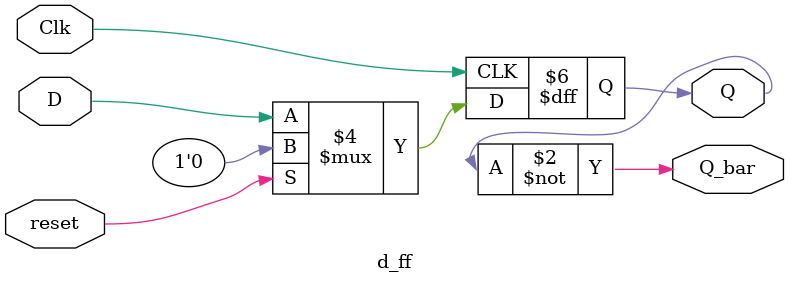
<source format=v>
module d_ff(D,Clk,reset,Q,Q_bar);
input D;
input Clk,reset;
output reg Q;
output Q_bar;
always @(posedge Clk)
begin
if({reset})
Q <= 1'b0;
else 
Q <= D;
end
assign Q_bar = ~Q;
endmodule




/*
1.Why only positive or negative edge is in sensitivity list : In Verilog, for sequential circuits like flip-flops, we usually write:
posedge clk = triggered only on the rising edge (0 ? 1 transition)
negedge clk = triggered only on the falling edge (1 ? 0 transition)

Why not both?
i.Flip-flops in hardware are designed to capture input at a single moment, not continuously.
ii..If we used both edges (posedge clk or negedge clk), it would behave like two flip-flops in one, which is non-standard and can cause timing hazards.
iii..Real hardware D flip-flops are either positive-edge or negative-edge triggered, not both.
*/




/*
2. Why edge-triggered, not level-triggered ?
i.Edge-triggered:
Captures input at the moment of clock edge.
Output changes instantly at edge, then holds.
This is predictable for sequential circuits and avoids race conditions.

ii.Level-triggered (transparent latch):
Output follows input as long as clock is at 1 (or 0).
Can cause problems in larger circuits, because output keeps changing while clock is high ? timing hazards(race arround condition)
--So in digital design, flip-flops (edge-triggered) are preferred for synchronous circuits, while latches (level-triggered) are sometimes used for special cases.
*/




/*
3.
Delay: If you assert rst right after a clock edge, Q will not clear immediately. You must wait until the next clock edge. 
This can be several nanoseconds depending on your clock frequency.

Glitches: In some designs, circuits downstream of the flip-flop may expect Q to clear immediately. 
With a synchronous reset, they get the old value of Q for one clock cycle, which may temporarily cause wrong logic values ? that?s what people mean by glitches.

Analogy;
Think of synchronous reset like a train that only stops at stations (clock edges):
You press the stop button (assert reset) anywhere along the track. The train (Q) won?t stop immediately ? it waits until the next station (next clock edge).

Asynchronous reset, by contrast, is like a handbrake:
You pull it, and the train stops instantly, ignoring stations (clock).
*/




/*
4.Asynchronous Reset/Set vs Clock
i. Asynchronous reset/set means: the flip-flop output changes immediately when reset/set is asserted, no matter what the clock is doing.
ii. It does not mean there is no clock at all.
a.The flip-flop still has a clock input, because it?s fundamentally a clocked device.
b.The clock controls the normal D?Q behavior, i.e., when Q follows D.
c.But when asynchronous reset/set is active, it overrides that normal clocked behavior.

iii. Think of it like this:
Normal operation: Q changes with D only at clock edges
Asynchronous reset: Q = 0 immediately, ignoring D and clock
Asynchronous set:   Q = 1 immediately, ignoring D and clock

So the clock is still there, but the reset/set acts independently of the clock.


iv. Analogy
Imagine a light controlled by a switch (clock).
Normally, the light turns on/off only when you flip the switch.
Now, imagine a fire alarm (asynchronous reset): it immediately turns the light off no matter the switch position.
The switch (clock) still exists and controls the light normally, but the fire alarm overrides it instantly.


v. Example in Verilog
module D_flipflop_async(
    input D,
    input clk,
    input arst,  // asynchronous reset
    output reg Q
);

always @(posedge clk or posedge arst) begin
    if (arst)      // async reset
        Q <= 0;    // immediately clear
    else
        Q <= D;    // normal clocked behavior
end

endmodule


posedge clk ? normal D flip-flop operation
posedge arst ? output Q goes 0 immediately, ignoring clk


? Key Points
1.Clock is still present; the flip-flop is fundamentally edge-triggered.
2.Asynchronous reset/set acts outside the clock, it overrides the normal clocked operation.
3.Useful for power-on reset or urgent control signals where you don?t want to wait for a clock edge.
*/




/*
5. Set: and Preset are often used interchangeably and mean to force the output to a logical 1 (ON) state. 
Reset: and Clear are often used interchangeably and mean to force the output to a logical 0 (OFF) state. 
Load: typically means to input a specific value into the component. 
*/
</source>
